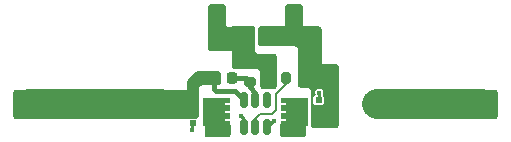
<source format=gbr>
%TF.GenerationSoftware,KiCad,Pcbnew,7.0.8*%
%TF.CreationDate,2023-11-05T18:16:56+01:00*%
%TF.ProjectId,battery-protection,62617474-6572-4792-9d70-726f74656374,2*%
%TF.SameCoordinates,Original*%
%TF.FileFunction,Copper,L1,Top*%
%TF.FilePolarity,Positive*%
%FSLAX46Y46*%
G04 Gerber Fmt 4.6, Leading zero omitted, Abs format (unit mm)*
G04 Created by KiCad (PCBNEW 7.0.8) date 2023-11-05 18:16:56*
%MOMM*%
%LPD*%
G01*
G04 APERTURE LIST*
G04 Aperture macros list*
%AMRoundRect*
0 Rectangle with rounded corners*
0 $1 Rounding radius*
0 $2 $3 $4 $5 $6 $7 $8 $9 X,Y pos of 4 corners*
0 Add a 4 corners polygon primitive as box body*
4,1,4,$2,$3,$4,$5,$6,$7,$8,$9,$2,$3,0*
0 Add four circle primitives for the rounded corners*
1,1,$1+$1,$2,$3*
1,1,$1+$1,$4,$5*
1,1,$1+$1,$6,$7*
1,1,$1+$1,$8,$9*
0 Add four rect primitives between the rounded corners*
20,1,$1+$1,$2,$3,$4,$5,0*
20,1,$1+$1,$4,$5,$6,$7,0*
20,1,$1+$1,$6,$7,$8,$9,0*
20,1,$1+$1,$8,$9,$2,$3,0*%
%AMFreePoly0*
4,1,17,1.371000,0.720000,0.950000,0.720000,0.950000,0.580000,1.370000,0.580000,1.370000,0.080000,0.950000,0.080000,0.950000,-0.080000,1.370000,-0.080000,1.370000,-0.580000,0.950000,-0.580000,0.950000,-0.720000,1.370000,-0.720000,1.370000,-1.225000,-0.950000,-1.225000,-0.950000,1.225000,1.371000,1.225000,1.371000,0.720000,1.371000,0.720000,$1*%
G04 Aperture macros list end*
%TA.AperFunction,SMDPad,CuDef*%
%ADD10RoundRect,0.200000X-0.275000X0.200000X-0.275000X-0.200000X0.275000X-0.200000X0.275000X0.200000X0*%
%TD*%
%TA.AperFunction,SMDPad,CuDef*%
%ADD11RoundRect,0.200000X-0.200000X-0.275000X0.200000X-0.275000X0.200000X0.275000X-0.200000X0.275000X0*%
%TD*%
%TA.AperFunction,SMDPad,CuDef*%
%ADD12R,0.630000X0.500000*%
%TD*%
%TA.AperFunction,SMDPad,CuDef*%
%ADD13FreePoly0,180.000000*%
%TD*%
%TA.AperFunction,ComponentPad*%
%ADD14R,1.350000X1.350000*%
%TD*%
%TA.AperFunction,ComponentPad*%
%ADD15O,1.350000X1.350000*%
%TD*%
%TA.AperFunction,SMDPad,CuDef*%
%ADD16RoundRect,0.150000X0.150000X-0.512500X0.150000X0.512500X-0.150000X0.512500X-0.150000X-0.512500X0*%
%TD*%
%TA.AperFunction,SMDPad,CuDef*%
%ADD17RoundRect,0.225000X0.225000X0.250000X-0.225000X0.250000X-0.225000X-0.250000X0.225000X-0.250000X0*%
%TD*%
%TA.AperFunction,SMDPad,CuDef*%
%ADD18FreePoly0,0.000000*%
%TD*%
%TA.AperFunction,ViaPad*%
%ADD19C,0.400000*%
%TD*%
%TA.AperFunction,ViaPad*%
%ADD20C,0.550000*%
%TD*%
%TA.AperFunction,Conductor*%
%ADD21C,0.250000*%
%TD*%
%TA.AperFunction,Conductor*%
%ADD22C,0.400000*%
%TD*%
%TA.AperFunction,Conductor*%
%ADD23C,2.500000*%
%TD*%
%TA.AperFunction,Conductor*%
%ADD24C,0.200000*%
%TD*%
G04 APERTURE END LIST*
D10*
%TO.P,R2,1*%
%TO.N,/BAT+*%
X145500000Y-93425000D03*
%TO.P,R2,2*%
%TO.N,Net-(U1-VDD)*%
X145500000Y-95075000D03*
%TD*%
D11*
%TO.P,R1,1*%
%TO.N,/VM*%
X148550000Y-94800000D03*
%TO.P,R1,2*%
%TO.N,/EXT-*%
X150200000Y-94800000D03*
%TD*%
D12*
%TO.P,Q2,1,S*%
%TO.N,/EXT-*%
X151350000Y-98580000D03*
%TO.P,Q2,2,S*%
X151350000Y-97940000D03*
%TO.P,Q2,3,S*%
X151350000Y-97280000D03*
%TO.P,Q2,4,G*%
%TO.N,/CO*%
X151350000Y-96640000D03*
D13*
%TO.P,Q2,5,D*%
%TO.N,/FET_CON*%
X149525000Y-97610000D03*
%TD*%
D14*
%TO.P,J2,1,Pin_1*%
%TO.N,/EXT-*%
X147000000Y-91250000D03*
D15*
%TO.P,J2,2,Pin_2*%
%TO.N,/BAT+*%
X145000000Y-91250000D03*
%TD*%
D16*
%TO.P,U1,6,VSS*%
%TO.N,/BAT-*%
X145050000Y-96662500D03*
%TO.P,U1,5,VDD*%
%TO.N,Net-(U1-VDD)*%
X146000000Y-96662500D03*
%TO.P,U1,4,DP*%
%TO.N,unconnected-(U1-DP-Pad4)*%
X146950000Y-96662500D03*
%TO.P,U1,3,CO*%
%TO.N,/CO*%
X146950000Y-98937500D03*
%TO.P,U1,2,VM*%
%TO.N,/VM*%
X146000000Y-98937500D03*
%TO.P,U1,1,DO*%
%TO.N,/DO*%
X145050000Y-98937500D03*
%TD*%
D17*
%TO.P,C1,1*%
%TO.N,Net-(U1-VDD)*%
X144025000Y-94800000D03*
%TO.P,C1,2*%
%TO.N,/BAT-*%
X142475000Y-94800000D03*
%TD*%
D18*
%TO.P,Q1,5,D*%
%TO.N,/FET_CON*%
X142525000Y-97610000D03*
D12*
%TO.P,Q1,4,G*%
%TO.N,/DO*%
X140700000Y-98580000D03*
%TO.P,Q1,3,S*%
%TO.N,/BAT-*%
X140700000Y-97940000D03*
%TO.P,Q1,2,S*%
X140700000Y-97280000D03*
%TO.P,Q1,1,S*%
X140700000Y-96640000D03*
%TD*%
D19*
%TO.N,/BAT+*%
X156350000Y-97000000D03*
X156350000Y-97600000D03*
X156350000Y-96400000D03*
X146800000Y-95350000D03*
X147400000Y-94750000D03*
X155750000Y-97600000D03*
X155750000Y-96400000D03*
X146800000Y-94750000D03*
X147400000Y-95350000D03*
X155750000Y-97000000D03*
%TO.N,/BAT-*%
X140800000Y-94800000D03*
X140800000Y-96000000D03*
X140800000Y-95400000D03*
%TO.N,/DO*%
X144800000Y-98000000D03*
X140600000Y-99200000D03*
%TO.N,/CO*%
X151400000Y-96000000D03*
X147600000Y-98400000D03*
D20*
%TO.N,/FET_CON*%
X142800000Y-99400000D03*
X143600000Y-99400000D03*
X149200000Y-99400000D03*
X150000000Y-99400000D03*
X148400000Y-99400000D03*
X142000000Y-99400000D03*
%TD*%
D21*
%TO.N,/CO*%
X147487500Y-98400000D02*
X146950000Y-98937500D01*
X147600000Y-98400000D02*
X147487500Y-98400000D01*
D22*
%TO.N,Net-(U1-VDD)*%
X145225000Y-94800000D02*
X145500000Y-95075000D01*
X144025000Y-94800000D02*
X145225000Y-94800000D01*
X145500000Y-95500000D02*
X145500000Y-95075000D01*
X146000000Y-96000000D02*
X145500000Y-95500000D01*
X146000000Y-96662500D02*
X146000000Y-96000000D01*
%TO.N,/BAT-*%
X142475000Y-95725000D02*
X142475000Y-94800000D01*
X142650000Y-95900000D02*
X142475000Y-95725000D01*
X145050000Y-96662500D02*
X144287500Y-95900000D01*
X144287500Y-95900000D02*
X142650000Y-95900000D01*
D23*
%TO.N,/BAT+*%
X156250000Y-97000000D02*
X165200000Y-97000000D01*
%TO.N,/BAT-*%
X126800000Y-97000000D02*
X138000000Y-97000000D01*
D21*
%TO.N,/DO*%
X140600000Y-98680000D02*
X140700000Y-98580000D01*
X140600000Y-99200000D02*
X140600000Y-98680000D01*
X145050000Y-98937500D02*
X145050000Y-98250000D01*
X145050000Y-98250000D02*
X144800000Y-98000000D01*
%TO.N,/CO*%
X151400000Y-96000000D02*
X151400000Y-96590000D01*
X151400000Y-96590000D02*
X151350000Y-96640000D01*
D24*
%TO.N,/VM*%
X146000000Y-98200000D02*
X146000000Y-98937500D01*
X148550000Y-95250000D02*
X147700000Y-96100000D01*
X147700000Y-97500000D02*
X147400000Y-97800000D01*
X147400000Y-97800000D02*
X146400000Y-97800000D01*
X146400000Y-97800000D02*
X146000000Y-98200000D01*
X147700000Y-96100000D02*
X147700000Y-97500000D01*
X148550000Y-94800000D02*
X148550000Y-95250000D01*
%TD*%
%TA.AperFunction,Conductor*%
%TO.N,/FET_CON*%
G36*
X150057148Y-98501422D02*
G01*
X150101363Y-98510216D01*
X150131233Y-98516158D01*
X150157909Y-98527207D01*
X150214537Y-98565045D01*
X150234954Y-98585462D01*
X150272792Y-98642090D01*
X150283841Y-98668765D01*
X150298578Y-98742851D01*
X150300000Y-98757288D01*
X150300000Y-99542711D01*
X150298578Y-99557148D01*
X150283841Y-99631234D01*
X150272792Y-99657909D01*
X150234954Y-99714537D01*
X150214537Y-99734954D01*
X150157909Y-99772792D01*
X150131234Y-99783841D01*
X150059663Y-99798078D01*
X150045226Y-99799500D01*
X148354774Y-99799500D01*
X148340337Y-99798078D01*
X148268765Y-99783841D01*
X148242090Y-99772792D01*
X148185462Y-99734954D01*
X148165045Y-99714537D01*
X148127207Y-99657909D01*
X148116158Y-99631233D01*
X148101422Y-99557147D01*
X148100000Y-99542711D01*
X148100000Y-98757288D01*
X148101422Y-98742852D01*
X148116158Y-98668766D01*
X148116159Y-98668765D01*
X148116158Y-98668764D01*
X148127205Y-98642093D01*
X148165045Y-98585461D01*
X148185462Y-98565045D01*
X148242093Y-98527205D01*
X148268764Y-98516158D01*
X148315905Y-98506781D01*
X148342852Y-98501422D01*
X148357288Y-98500000D01*
X150042712Y-98500000D01*
X150057148Y-98501422D01*
G37*
%TD.AperFunction*%
%TD*%
%TA.AperFunction,Conductor*%
%TO.N,/EXT-*%
G36*
X151357148Y-90401422D02*
G01*
X151401363Y-90410216D01*
X151431233Y-90416158D01*
X151457909Y-90427207D01*
X151514537Y-90465045D01*
X151534954Y-90485462D01*
X151572792Y-90542090D01*
X151583841Y-90568765D01*
X151598578Y-90642851D01*
X151600000Y-90657288D01*
X151600000Y-93349999D01*
X151619029Y-93445670D01*
X151619030Y-93445671D01*
X151673223Y-93526777D01*
X151754329Y-93580970D01*
X151850000Y-93600000D01*
X152792712Y-93600000D01*
X152807148Y-93601422D01*
X152851363Y-93610216D01*
X152881233Y-93616158D01*
X152907909Y-93627207D01*
X152964537Y-93665045D01*
X152984954Y-93685462D01*
X153022792Y-93742090D01*
X153033841Y-93768765D01*
X153048578Y-93842851D01*
X153050000Y-93857288D01*
X153050000Y-98742711D01*
X153048578Y-98757148D01*
X153033841Y-98831234D01*
X153022792Y-98857909D01*
X152984954Y-98914537D01*
X152964537Y-98934954D01*
X152907909Y-98972792D01*
X152881234Y-98983841D01*
X152807149Y-98998578D01*
X152792712Y-99000000D01*
X150957288Y-99000000D01*
X150942851Y-98998578D01*
X150868765Y-98983841D01*
X150842090Y-98972792D01*
X150785462Y-98934954D01*
X150765045Y-98914537D01*
X150727207Y-98857909D01*
X150716158Y-98831233D01*
X150701422Y-98757147D01*
X150700000Y-98742711D01*
X150700000Y-96902557D01*
X150907500Y-96902557D01*
X150914898Y-96939749D01*
X150928430Y-96960000D01*
X150943078Y-96981922D01*
X150964165Y-96996012D01*
X150985250Y-97010101D01*
X150985252Y-97010102D01*
X151022442Y-97017500D01*
X151022443Y-97017500D01*
X151677557Y-97017500D01*
X151677558Y-97017500D01*
X151714748Y-97010102D01*
X151756922Y-96981922D01*
X151785102Y-96939748D01*
X151792500Y-96902558D01*
X151792500Y-96377442D01*
X151785102Y-96340252D01*
X151756922Y-96298078D01*
X151725488Y-96277074D01*
X151695557Y-96236252D01*
X151698868Y-96185742D01*
X151700667Y-96181950D01*
X151737500Y-96109661D01*
X151746689Y-96051643D01*
X151754869Y-96000000D01*
X151737500Y-95890339D01*
X151687095Y-95791413D01*
X151608587Y-95712905D01*
X151599410Y-95708229D01*
X151509660Y-95662499D01*
X151400000Y-95645131D01*
X151290339Y-95662499D01*
X151191412Y-95712905D01*
X151112905Y-95791412D01*
X151062499Y-95890339D01*
X151045131Y-96000000D01*
X151062500Y-96109663D01*
X151085552Y-96154905D01*
X151091721Y-96205146D01*
X151064152Y-96247599D01*
X151025890Y-96260401D01*
X151026062Y-96262143D01*
X151022446Y-96262499D01*
X150985250Y-96269898D01*
X150943080Y-96298076D01*
X150943076Y-96298080D01*
X150914898Y-96340250D01*
X150907500Y-96377442D01*
X150907500Y-96902557D01*
X150700000Y-96902557D01*
X150700000Y-95850000D01*
X150680970Y-95754329D01*
X150626777Y-95673223D01*
X150626776Y-95673222D01*
X150545670Y-95619029D01*
X150469029Y-95603785D01*
X150450000Y-95600000D01*
X150449999Y-95600000D01*
X149857288Y-95600000D01*
X149842851Y-95598578D01*
X149768765Y-95583841D01*
X149742090Y-95572792D01*
X149685462Y-95534954D01*
X149665045Y-95514537D01*
X149627207Y-95457909D01*
X149616158Y-95431233D01*
X149601422Y-95357147D01*
X149600000Y-95342711D01*
X149600000Y-92350000D01*
X149580970Y-92254329D01*
X149526777Y-92173223D01*
X149526776Y-92173222D01*
X149445670Y-92119029D01*
X149369029Y-92103785D01*
X149350000Y-92100000D01*
X150000000Y-92100000D01*
X150000000Y-90400000D01*
X150250000Y-90400000D01*
X150250001Y-90400000D01*
X151342712Y-90400000D01*
X151357148Y-90401422D01*
G37*
%TD.AperFunction*%
%TA.AperFunction,Conductor*%
G36*
X148500000Y-92100000D02*
G01*
X146457288Y-92100000D01*
X146442851Y-92098578D01*
X146368765Y-92083841D01*
X146342090Y-92072792D01*
X146285462Y-92034954D01*
X146265045Y-92014537D01*
X146227207Y-91957909D01*
X146216158Y-91931233D01*
X146201422Y-91857147D01*
X146200000Y-91842711D01*
X146200000Y-90657288D01*
X146201422Y-90642852D01*
X146216158Y-90568766D01*
X146216159Y-90568765D01*
X146216158Y-90568764D01*
X146227205Y-90542093D01*
X146265045Y-90485461D01*
X146285462Y-90465045D01*
X146342093Y-90427205D01*
X146368764Y-90416158D01*
X146415905Y-90406781D01*
X146442852Y-90401422D01*
X146457288Y-90400000D01*
X148249999Y-90400000D01*
X148250000Y-90400000D01*
X148500000Y-90400000D01*
X148500000Y-92100000D01*
G37*
%TD.AperFunction*%
%TD*%
%TA.AperFunction,Conductor*%
%TO.N,/BAT-*%
G36*
X127257148Y-95751422D02*
G01*
X127301363Y-95760216D01*
X127331233Y-95766158D01*
X127357909Y-95777207D01*
X127414537Y-95815045D01*
X127434954Y-95835462D01*
X127472792Y-95892090D01*
X127483841Y-95918765D01*
X127498578Y-95992851D01*
X127500000Y-96007288D01*
X127500000Y-97992711D01*
X127498578Y-98007148D01*
X127483841Y-98081234D01*
X127472792Y-98107909D01*
X127434954Y-98164537D01*
X127414537Y-98184954D01*
X127357909Y-98222792D01*
X127331234Y-98233841D01*
X127257149Y-98248578D01*
X127242712Y-98250000D01*
X125757288Y-98250000D01*
X125742851Y-98248578D01*
X125668765Y-98233841D01*
X125642090Y-98222792D01*
X125585462Y-98184954D01*
X125565045Y-98164537D01*
X125527207Y-98107909D01*
X125516158Y-98081233D01*
X125501422Y-98007147D01*
X125500000Y-97992711D01*
X125500000Y-96007288D01*
X125501422Y-95992852D01*
X125516158Y-95918766D01*
X125516159Y-95918765D01*
X125516158Y-95918764D01*
X125527205Y-95892093D01*
X125565045Y-95835461D01*
X125585462Y-95815045D01*
X125642093Y-95777205D01*
X125668764Y-95766158D01*
X125715905Y-95756781D01*
X125742852Y-95751422D01*
X125757288Y-95750000D01*
X127242712Y-95750000D01*
X127257148Y-95751422D01*
G37*
%TD.AperFunction*%
%TD*%
%TA.AperFunction,Conductor*%
%TO.N,/BAT+*%
G36*
X143257148Y-88501422D02*
G01*
X143301363Y-88510216D01*
X143331233Y-88516158D01*
X143357909Y-88527207D01*
X143414537Y-88565045D01*
X143434954Y-88585462D01*
X143472792Y-88642090D01*
X143483841Y-88668765D01*
X143498578Y-88742851D01*
X143500000Y-88757288D01*
X143500000Y-90199999D01*
X143519029Y-90295670D01*
X143573031Y-90376489D01*
X143573223Y-90376777D01*
X143654329Y-90430970D01*
X143750000Y-90450000D01*
X145650000Y-90450000D01*
X145900000Y-90450000D01*
X145900000Y-92500000D01*
X145650000Y-92500000D01*
X142257288Y-92500000D01*
X142242851Y-92498578D01*
X142168765Y-92483841D01*
X142142090Y-92472792D01*
X142085462Y-92434954D01*
X142065045Y-92414537D01*
X142027207Y-92357909D01*
X142016158Y-92331233D01*
X142001422Y-92257147D01*
X142000000Y-92242711D01*
X142000000Y-88757288D01*
X142001422Y-88742852D01*
X142016158Y-88668766D01*
X142016159Y-88668765D01*
X142016158Y-88668764D01*
X142027205Y-88642093D01*
X142065045Y-88585461D01*
X142085462Y-88565045D01*
X142142093Y-88527205D01*
X142168764Y-88516158D01*
X142215905Y-88506781D01*
X142242852Y-88501422D01*
X142257288Y-88500000D01*
X143242712Y-88500000D01*
X143257148Y-88501422D01*
G37*
%TD.AperFunction*%
%TD*%
%TA.AperFunction,Conductor*%
%TO.N,/BAT+*%
G36*
X166257148Y-95751422D02*
G01*
X166301363Y-95760216D01*
X166331233Y-95766158D01*
X166357909Y-95777207D01*
X166414537Y-95815045D01*
X166434954Y-95835462D01*
X166472792Y-95892090D01*
X166483841Y-95918765D01*
X166498578Y-95992851D01*
X166500000Y-96007288D01*
X166500000Y-97992711D01*
X166498578Y-98007148D01*
X166483841Y-98081234D01*
X166472792Y-98107909D01*
X166434954Y-98164537D01*
X166414537Y-98184954D01*
X166357909Y-98222792D01*
X166331234Y-98233841D01*
X166257149Y-98248578D01*
X166242712Y-98250000D01*
X165257288Y-98250000D01*
X165242851Y-98248578D01*
X165168765Y-98233841D01*
X165142090Y-98222792D01*
X165085462Y-98184954D01*
X165065045Y-98164537D01*
X165027207Y-98107909D01*
X165016158Y-98081233D01*
X165001422Y-98007147D01*
X165000000Y-97992711D01*
X165000000Y-96007288D01*
X165001422Y-95992852D01*
X165016158Y-95918766D01*
X165016159Y-95918765D01*
X165016158Y-95918764D01*
X165027205Y-95892093D01*
X165065045Y-95835461D01*
X165085462Y-95815045D01*
X165142093Y-95777205D01*
X165168764Y-95766158D01*
X165215905Y-95756781D01*
X165242852Y-95751422D01*
X165257288Y-95750000D01*
X166242712Y-95750000D01*
X166257148Y-95751422D01*
G37*
%TD.AperFunction*%
%TD*%
%TA.AperFunction,Conductor*%
%TO.N,/FET_CON*%
G36*
X143657148Y-98501422D02*
G01*
X143701363Y-98510216D01*
X143731233Y-98516158D01*
X143757909Y-98527207D01*
X143814537Y-98565045D01*
X143834954Y-98585462D01*
X143872792Y-98642090D01*
X143883841Y-98668765D01*
X143898578Y-98742851D01*
X143900000Y-98757288D01*
X143900000Y-99542711D01*
X143898578Y-99557148D01*
X143883841Y-99631234D01*
X143872792Y-99657909D01*
X143834954Y-99714537D01*
X143814537Y-99734954D01*
X143757909Y-99772792D01*
X143731234Y-99783841D01*
X143659663Y-99798078D01*
X143645226Y-99799500D01*
X141954774Y-99799500D01*
X141940337Y-99798078D01*
X141868765Y-99783841D01*
X141842090Y-99772792D01*
X141785462Y-99734954D01*
X141765045Y-99714537D01*
X141727207Y-99657909D01*
X141716158Y-99631233D01*
X141701422Y-99557147D01*
X141700000Y-99542711D01*
X141700000Y-98757288D01*
X141701422Y-98742852D01*
X141716158Y-98668766D01*
X141716159Y-98668765D01*
X141716158Y-98668764D01*
X141727205Y-98642093D01*
X141765045Y-98585461D01*
X141785462Y-98565045D01*
X141842093Y-98527205D01*
X141868764Y-98516158D01*
X141915905Y-98506781D01*
X141942852Y-98501422D01*
X141957288Y-98500000D01*
X143642712Y-98500000D01*
X143657148Y-98501422D01*
G37*
%TD.AperFunction*%
%TD*%
%TA.AperFunction,Conductor*%
%TO.N,/BAT-*%
G36*
X142857148Y-94201422D02*
G01*
X142901363Y-94210216D01*
X142931233Y-94216158D01*
X142957909Y-94227207D01*
X143014537Y-94265045D01*
X143034954Y-94285462D01*
X143072792Y-94342090D01*
X143083841Y-94368765D01*
X143098578Y-94442851D01*
X143100000Y-94457288D01*
X143100000Y-95142711D01*
X143098578Y-95157148D01*
X143083841Y-95231234D01*
X143072792Y-95257909D01*
X143034954Y-95314537D01*
X143014537Y-95334954D01*
X142957909Y-95372792D01*
X142931234Y-95383841D01*
X142857149Y-95398578D01*
X142842712Y-95400000D01*
X141450000Y-95400000D01*
X141434128Y-95403157D01*
X141354329Y-95419029D01*
X141273223Y-95473222D01*
X141273222Y-95473223D01*
X141219029Y-95554329D01*
X141200000Y-95650000D01*
X141200000Y-97942711D01*
X141198578Y-97957148D01*
X141183841Y-98031234D01*
X141172792Y-98057909D01*
X141134954Y-98114537D01*
X141114537Y-98134954D01*
X141057909Y-98172792D01*
X141031234Y-98183841D01*
X140957149Y-98198578D01*
X140942712Y-98200000D01*
X140500000Y-98200000D01*
X140500000Y-95750000D01*
X140200000Y-95750000D01*
X140200000Y-95110841D01*
X140201422Y-95096405D01*
X140216158Y-95022320D01*
X140227205Y-94995647D01*
X140269177Y-94932831D01*
X140278371Y-94921628D01*
X140921628Y-94278371D01*
X140932831Y-94269177D01*
X140995647Y-94227205D01*
X141022318Y-94216158D01*
X141069225Y-94206828D01*
X141096405Y-94201422D01*
X141110841Y-94200000D01*
X142842712Y-94200000D01*
X142857148Y-94201422D01*
G37*
%TD.AperFunction*%
%TD*%
%TA.AperFunction,Conductor*%
%TO.N,/EXT-*%
G36*
X149757148Y-88501422D02*
G01*
X149801363Y-88510216D01*
X149831233Y-88516158D01*
X149857909Y-88527207D01*
X149914537Y-88565045D01*
X149934954Y-88585462D01*
X149972792Y-88642090D01*
X149983841Y-88668765D01*
X149998578Y-88742851D01*
X150000000Y-88757288D01*
X150000000Y-92100000D01*
X149750000Y-92100000D01*
X148750000Y-92100000D01*
X148500000Y-92100000D01*
X148500000Y-88757288D01*
X148501422Y-88742852D01*
X148516158Y-88668766D01*
X148516159Y-88668765D01*
X148516158Y-88668764D01*
X148527205Y-88642093D01*
X148565045Y-88585461D01*
X148585462Y-88565045D01*
X148642093Y-88527205D01*
X148668764Y-88516158D01*
X148715905Y-88506781D01*
X148742852Y-88501422D01*
X148757288Y-88500000D01*
X149742712Y-88500000D01*
X149757148Y-88501422D01*
G37*
%TD.AperFunction*%
%TD*%
%TA.AperFunction,Conductor*%
%TO.N,/BAT-*%
G36*
X140500000Y-98200000D02*
G01*
X140478055Y-98200000D01*
X140473298Y-98202218D01*
X140466848Y-98202500D01*
X140372442Y-98202500D01*
X140366272Y-98203727D01*
X140335252Y-98209897D01*
X140316890Y-98222166D01*
X140293899Y-98237529D01*
X140252789Y-98250000D01*
X138074000Y-98250000D01*
X138026434Y-98232687D01*
X138001124Y-98188850D01*
X138000000Y-98176000D01*
X138000000Y-95824000D01*
X138017313Y-95776434D01*
X138061150Y-95751124D01*
X138074000Y-95750000D01*
X140200000Y-95750000D01*
X140500000Y-95750000D01*
X140500000Y-98200000D01*
G37*
%TD.AperFunction*%
%TD*%
%TA.AperFunction,Conductor*%
%TO.N,/BAT+*%
G36*
X145758674Y-90376489D02*
G01*
X145832794Y-90391239D01*
X145859478Y-90402298D01*
X145916122Y-90440168D01*
X145936542Y-90460603D01*
X145974371Y-90517276D01*
X145985410Y-90543969D01*
X146000105Y-90618095D01*
X146001518Y-90632539D01*
X146000183Y-92449812D01*
X146000184Y-92449823D01*
X146019159Y-92545541D01*
X146019160Y-92545543D01*
X146019161Y-92545544D01*
X146073342Y-92626712D01*
X146154470Y-92680952D01*
X146250184Y-92700000D01*
X147542712Y-92700000D01*
X147557148Y-92701422D01*
X147601363Y-92710216D01*
X147631233Y-92716158D01*
X147657909Y-92727207D01*
X147714537Y-92765045D01*
X147734954Y-92785462D01*
X147772792Y-92842090D01*
X147783841Y-92868765D01*
X147798578Y-92942851D01*
X147800000Y-92957288D01*
X147800000Y-95442711D01*
X147798578Y-95457148D01*
X147783841Y-95531234D01*
X147772792Y-95557909D01*
X147734954Y-95614537D01*
X147714537Y-95634954D01*
X147657909Y-95672792D01*
X147631234Y-95683841D01*
X147557149Y-95698578D01*
X147542712Y-95700000D01*
X146657288Y-95700000D01*
X146642851Y-95698578D01*
X146568765Y-95683841D01*
X146542090Y-95672792D01*
X146485462Y-95634954D01*
X146465045Y-95614537D01*
X146427207Y-95557909D01*
X146416158Y-95531233D01*
X146401422Y-95457147D01*
X146400000Y-95442711D01*
X146400000Y-94250000D01*
X146380970Y-94154329D01*
X146326777Y-94073223D01*
X146326776Y-94073222D01*
X146245670Y-94019029D01*
X146169029Y-94003785D01*
X146150000Y-94000000D01*
X146149999Y-94000000D01*
X144257407Y-94000000D01*
X144242966Y-93998577D01*
X144168860Y-93983832D01*
X144142182Y-93972778D01*
X144085536Y-93934914D01*
X144065125Y-93914493D01*
X144027289Y-93857832D01*
X144016247Y-93831146D01*
X144001537Y-93757033D01*
X144000121Y-93742591D01*
X144000589Y-92750123D01*
X144000588Y-92750112D01*
X144000706Y-92500000D01*
X145900000Y-92500000D01*
X145900000Y-90450000D01*
X144001671Y-90450000D01*
X144001687Y-90417022D01*
X144032508Y-90383414D01*
X144066652Y-90375066D01*
X145744231Y-90375066D01*
X145758674Y-90376489D01*
G37*
%TD.AperFunction*%
%TD*%
M02*

</source>
